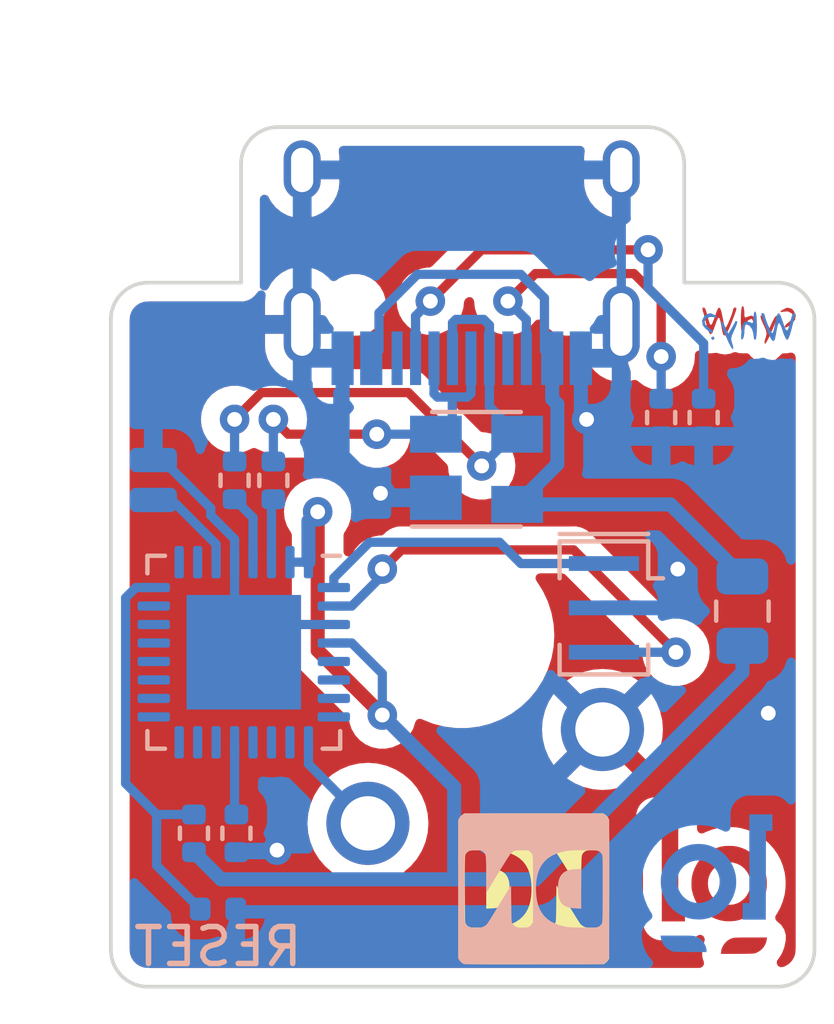
<source format=kicad_pcb>
(kicad_pcb (version 20210824) (generator pcbnew)
  (layers (0 "F.Cu" signal) (31 "B.Cu" signal) (34 "B.Paste" user) (35 "F.Paste" user) (36 "B.SilkS" user "B.Silkscreen") (37 "F.SilkS" user "F.Silkscreen") (38 "B.Mask" user) (39 "F.Mask" user) (44 "Edge.Cuts" user))
  (net 0 "")
  (net 1 "Net-(C3-Pad2)")
  (net 2 "GND")
  (net 3 "+5V")
  (net 4 "Net-(JP1-Pad2)")
  (net 5 "D+")
  (net 6 "Net-(R2-Pad1)")
  (net 7 "D-")
  (net 8 "Net-(R3-Pad1)")
  (net 9 "Net-(R4-Pad2)")
  (net 10 "Net-(R5-Pad2)")
  (net 11 "Net-(R6-Pad2)")
  (net 12 "Net-(U1-Pad26)")
  (net 13 "Net-(U1-Pad25)")
  (net 14 "Net-(U1-Pad23)")
  (net 15 "Net-(U1-Pad22)")
  (net 16 "Net-(U1-Pad21)")
  (net 17 "Net-(U1-Pad20)")
  (net 18 "Net-(U1-Pad19)")
  (net 19 "Net-(U1-Pad18)")
  (net 20 "Net-(U1-Pad17)")
  (net 21 "Net-(U1-Pad16)")
  (net 22 "Net-(U1-Pad15)")
  (net 23 "Net-(U1-Pad14)")
  (net 24 "Net-(U1-Pad12)")
  (net 25 "Net-(U1-Pad11)")
  (net 26 "Net-(U1-Pad10)")
  (net 27 "Net-(U1-Pad8)")
  (net 28 "Net-(U1-Pad7)")
  (net 29 "Net-(U1-Pad6)")
  (net 30 "Net-(U1-Pad5)")
  (net 31 "Net-(U1-Pad2)")
  (net 32 "Net-(U1-Pad1)")
  (net 33 "VCC")
  (net 34 "Net-(USB1-Pad3)")
  (net 35 "Net-(USB1-Pad9)")
  (net 36 "Net-(MX1-Pad2)")
  (footprint "Footprints:MXOnly-1U-NoLED-3pin" (layer "F.Cu") (at 159.5 109.55 180)
    (fp_text reference "MX1")
    (fp_text value "MX-NoLED")
    (pad "" np_thru_hole circle locked (at 0 0 180) (size 3.9878 3.9878) (drill 3.9878) (layers *.Cu *.Mask))
    (pad "1" thru_hole circle locked (at -3.81 -2.54 180) (size 2.25 2.25) (drill 1.47) (layers *.Cu "B.Mask") (net 2 "GND"))
    (pad "2" thru_hole circle locked (at 2.54 -5.08 180) (size 2.25 2.25) (drill 1.47) (layers *.Cu "B.Mask") (net 36 "Net-(MX1-Pad2)"))
  )
  (footprint "Footprints:3.7x3.7mm-lg-copper" (layer "F.Cu") (at 166.25 116.3)
    (fp_text reference "G***" hide)
    (fp_text value "LOGO" hide)
    (fp_poly (pts (xy 0.550097 -1.054958) (xy 0.618123 -1.050271) (xy 0.67854 -1.042173) (xy 0.696371 -1.038687) (xy 0.813122 -1.007034) (xy 0.921645 -0.963802) (xy 1.023058 -0.908381) (xy 1.11848 -0.840161) (xy 1.208751 -0.758808) (xy 1.290226 -0.66818) (xy 1.358417 -0.572239) (xy 1.413823 -0.470045) (xy 1.456941 -0.360658) (xy 1.48827 -0.243138) (xy 1.491941 -0.224971) (xy 1.500078 -0.167566) (xy 1.504627 -0.100956) (xy 1.505626 -0.029897) (xy 1.503115 0.04085) (xy 1.497131 0.106529) (xy 1.488805 0.157396) (xy 1.456289 0.276816) (xy 1.411098 0.389732) (xy 1.353796 0.495396) (xy 1.284948 0.593059) (xy 1.205116 0.681974) (xy 1.114864 0.761392) (xy 1.014756 0.830565) (xy 0.957014 0.863282) (xy 0.886804 0.89606) (xy 0.809215 0.925153) (xy 0.730679 0.948356) (xy 0.671286 0.961232) (xy 0.620545 0.968241) (xy 0.562723 0.973199) (xy 0.502645 0.975926) (xy 0.445133 0.976241) (xy 0.39501 0.973964) (xy 0.377372 0.972198) (xy 0.255844 0.950336) (xy 0.140309 0.915611) (xy 0.031464 0.868677) (xy -0.06999 0.810188) (xy -0.163354 0.740796) (xy -0.247928 0.661156) (xy -0.323012 0.571919) (xy -0.387907 0.473739) (xy -0.441913 0.367269) (xy -0.48433 0.253163) (xy -0.512668 0.141251) (xy -0.52051 0.08711) (xy -0.524974 0.023467) (xy -0.526103 -0.045071) (xy -0.526037 -0.047171) (xy -0.089562 -0.047171) (xy -0.08362 0.047367) (xy -0.064467 0.136056) (xy -0.032209 0.218647) (xy 0.013051 0.294893) (xy 0.071205 0.364544) (xy 0.094384 0.38713) (xy 0.164591 0.442459) (xy 0.242031 0.48585) (xy 0.325105 0.516882) (xy 0.412214 0.535137) (xy 0.50176 0.540193) (xy 0.592144 0.531632) (xy 0.622037 0.525712) (xy 0.70695 0.499403) (xy 0.785847 0.460495) (xy 0.857606 0.410054) (xy 0.921106 0.349146) (xy 0.975226 0.278836) (xy 1.018845 0.20019) (xy 1.04923 0.119743) (xy 1.057854 0.088813) (xy 1.063579 0.061502) (xy 1.066984 0.033156) (xy 1.068651 -0.000877) (xy 1.069142 -0.039914) (xy 1.065378 -0.122087) (xy 1.05278 -0.195442) (xy 1.030378 -0.263358) (xy 0.997206 -0.329215) (xy 0.977076 -0.361232) (xy 0.921531 -0.432533) (xy 0.858521 -0.492341) (xy 0.789342 -0.540736) (xy 0.715292 -0.577797) (xy 0.637666 -0.603602) (xy 0.557761 -0.618231) (xy 0.476874 -0.621762) (xy 0.396302 -0.614276) (xy 0.31734 -0.59585) (xy 0.241286 -0.566563) (xy 0.169437 -0.526495) (xy 0.103088 -0.475725) (xy 0.043537 -0.414332) (xy -0.007921 -0.342394) (xy -0.031592 -0.299774) (xy -0.063056 -0.223308) (xy -0.082189 -0.142165) (xy -0.089478 -0.054221) (xy -0.089562 -0.047171) (xy -0.526037 -0.047171) (xy -0.523937 -0.113899) (xy -0.518521 -0.178413) (xy -0.509894 -0.234008) (xy -0.509219 -0.237224) (xy -0.476316 -0.357872) (xy -0.431138 -0.471234) (xy -0.374299 -0.57669) (xy -0.306415 -0.673622) (xy -0.228104 -0.761409) (xy -0.139981 -0.839432) (xy -0.042663 -0.907072) (xy 0.063234 -0.96371) (xy 0.177095 -1.008724) (xy 0.288735 -1.039426) (xy 0.343782 -1.048466) (xy 0.408585 -1.054063) (xy 0.478804 -1.056225) (xy 0.550097 -1.054958)) (layer "F.Cu") (width 0.01) (fill solid))
    (fp_poly (pts (xy -0.892628 0.544286) (xy -0.7112 0.544286) (xy -0.7112 0.979714) (xy -1.328014 0.979714) (xy -1.32985 -0.219528) (xy -1.331686 -1.418771) (xy -1.509486 -1.422847) (xy -1.509486 -1.857828) (xy -0.892628 -1.857828) (xy -0.892628 0.544286)) (layer "F.Cu") (width 0.01) (fill solid))
    (fp_poly (pts (xy 1.506052 1.4605) (xy 1.488996 1.541379) (xy 1.459448 1.615359) (xy 1.418105 1.681601) (xy 1.365664 1.739268) (xy 1.302821 1.78752) (xy 1.230275 1.825521) (xy 1.190172 1.840549) (xy 1.180863 1.843302) (xy 1.170141 1.845661) (xy 1.156829 1.847665) (xy 1.139749 1.849352) (xy 1.117727 1.85076) (xy 1.089586 1.851929) (xy 1.054149 1.852896) (xy 1.01024 1.853701) (xy 0.956682 1.85438) (xy 0.892301 1.854973) (xy 0.815919 1.855518) (xy 0.726359 1.856054) (xy 0.713014 1.856129) (xy 0.275772 1.858561) (xy 0.275772 1.824771) (xy 0.282531 1.763926) (xy 0.301721 1.70197) (xy 0.33171 1.641387) (xy 0.370867 1.584659) (xy 0.417561 1.53427) (xy 0.470159 1.492704) (xy 0.508336 1.470808) (xy 0.528192 1.461152) (xy 0.546089 1.452874) (xy 0.563279 1.445868) (xy 0.581013 1.440027) (xy 0.600543 1.435246) (xy 0.62312 1.431418) (xy 0.649996 1.428437) (xy 0.682422 1.426198) (xy 0.72165 1.424595) (xy 0.768931 1.423521) (xy 0.825517 1.42287) (xy 0.89266 1.422537) (xy 0.97161 1.422416) (xy 1.06362 1.4224) (xy 1.510848 1.4224) (xy 1.506052 1.4605)) (layer "F.Cu") (width 0.01) (fill solid))
  )
  (footprint "Footprints:why" (layer "F.Cu") (at 167.15 101.1)
    (fp_text reference "G***" hide)
    (fp_text value "LOGO" hide)
    (fp_poly (pts (xy -0.018938 -0.428124) (xy -0.004217 -0.334395) (xy -0.003172 -0.297241) (xy 0 -0.190895) (xy 0.019784 -0.151977) (xy 0.07158 -0.16326) (xy 0.103809 -0.17756) (xy 0.193768 -0.203183) (xy 0.254377 -0.175212) (xy 0.294249 -0.083334) (xy 0.321994 0.082767) (xy 0.322134 0.083952) (xy 0.333144 0.217233) (xy 0.324454 0.277898) (xy 0.299843 0.279296) (xy 0.270006 0.221751) (xy 0.252633 0.112586) (xy 0.250828 0.061001) (xy 0.240168 -0.069767) (xy 0.206969 -0.124483) (xy 0.193889 -0.127) (xy 0.106484 -0.089237) (xy 0.035121 0.005848) (xy -0.001587 0.130952) (xy -0.003172 0.162083) (xy -0.014822 0.25434) (xy -0.043106 0.296118) (xy -0.045505 0.296333) (xy -0.06579 0.25637) (xy -0.080259 0.145745) (xy -0.08737 -0.021642) (xy -0.087839 -0.084667) (xy -0.083398 -0.267227) (xy -0.071107 -0.397452) (xy -0.052508 -0.461447) (xy -0.045505 -0.465667) (xy -0.018938 -0.428124)) (layer "F.Cu") (width 0.01) (fill solid))
    (fp_poly (pts (xy -0.227669 -0.420376) (xy -0.217447 -0.401732) (xy -0.226692 -0.352748) (xy -0.258763 -0.258768) (xy -0.317018 -0.105138) (xy -0.341442 -0.041752) (xy -0.420537 0.152766) (xy -0.480166 0.272727) (xy -0.524599 0.324847) (xy -0.558109 0.31584) (xy -0.563692 0.307607) (xy -0.581582 0.249122) (xy -0.604289 0.139462) (xy -0.613717 0.084666) (xy -0.645101 -0.076992) (xy -0.676019 -0.155198) (xy -0.710503 -0.151047) (xy -0.752585 -0.065634) (xy -0.787348 0.037506) (xy -0.835211 0.17066) (xy -0.880867 0.263995) (xy -0.91192 0.295971) (xy -0.942868 0.258212) (xy -0.982472 0.158623) (xy -1.022417 0.018323) (xy -1.024283 0.010583) (xy -1.06316 -0.145073) (xy -1.098632 -0.275073) (xy -1.122309 -0.34925) (xy -1.128273 -0.410469) (xy -1.108049 -0.423334) (xy -1.08246 -0.41748) (xy -1.060578 -0.388903) (xy -1.035719 -0.321084) (xy -1.001198 -0.197502) (xy -0.973105 -0.089866) (xy -0.938893 0.016934) (xy -0.905528 0.05299) (xy -0.867434 0.015004) (xy -0.819034 -0.100318) (xy -0.784968 -0.201084) (xy -0.735315 -0.341233) (xy -0.695876 -0.413042) (xy -0.662354 -0.413155) (xy -0.630452 -0.338214) (xy -0.595873 -0.184863) (xy -0.568237 -0.03175) (xy -0.54261 0.070066) (xy -0.513177 0.124274) (xy -0.50633 0.127) (xy -0.476862 0.091124) (xy -0.431197 0.000633) (xy -0.379925 -0.118775) (xy -0.333638 -0.241398) (xy -0.302927 -0.341536) (xy -0.296333 -0.382589) (xy -0.264071 -0.422161) (xy -0.254 -0.423334) (xy -0.227669 -0.420376)) (layer "F.Cu") (width 0.01) (fill solid))
    (fp_poly (pts (xy 1.27263 -0.392716) (xy 1.326939 -0.345917) (xy 1.390572 -0.224877) (xy 1.371372 -0.101859) (xy 1.30175 -0.013678) (xy 1.185165 0.081003) (xy 1.117791 0.11136) (xy 1.100667 0.08814) (xy 1.132651 0.0354) (xy 1.202945 -0.022731) (xy 1.306925 -0.11607) (xy 1.327078 -0.206029) (xy 1.282438 -0.277848) (xy 1.181348 -0.327003) (xy 1.083154 -0.322154) (xy 0.998089 -0.308857) (xy 0.986579 -0.320395) (xy 1.034674 -0.360581) (xy 1.159575 -0.418565) (xy 1.27263 -0.392716)) (layer "F.Cu") (width 0.01) (fill solid))
    (fp_poly (pts (xy 1.14177 0.243881) (xy 1.143 0.254) (xy 1.110785 0.295103) (xy 1.100667 0.296333) (xy 1.059563 0.264118) (xy 1.058333 0.254) (xy 1.090548 0.212896) (xy 1.100667 0.211666) (xy 1.14177 0.243881)) (layer "F.Cu") (width 0.01) (fill solid))
    (fp_poly (pts (xy 0.486289 -0.202542) (xy 0.492797 -0.1905) (xy 0.523476 -0.129358) (xy 0.580126 -0.030677) (xy 0.596478 -0.003569) (xy 0.68462 0.141029) (xy 0.766396 -0.041623) (xy 0.819071 -0.142423) (xy 0.86185 -0.195051) (xy 0.876054 -0.196391) (xy 0.873154 -0.147497) (xy 0.841246 -0.041356) (xy 0.786612 0.102318) (xy 0.762708 0.159163) (xy 0.669343 0.367655) (xy 0.603103 0.496791) (xy 0.563572 0.547276) (xy 0.550334 0.519813) (xy 0.550333 0.519222) (xy 0.564464 0.446203) (xy 0.592374 0.360603) (xy 0.609708 0.277226) (xy 0.591554 0.182548) (xy 0.532112 0.04821) (xy 0.526027 0.036138) (xy 0.471968 -0.084488) (xy 0.445041 -0.173659) (xy 0.447449 -0.205293) (xy 0.486289 -0.202542)) (layer "F.Cu") (width 0.01) (fill solid))
  )
  (footprint "Footprints:4.1-mm-dn-silk" (layer "F.Cu") (at 161.45 116.4)
    (fp_text reference "G***" hide)
    (fp_text value "LOGO" hide)
  )
  (footprint "Footprints:C_0504_1310Metric" (layer "B.Cu") (at 151.15 105.34 -90)
    (fp_text reference "C3")
    (fp_text value "1Uf")
    (pad "1" smd roundrect locked (at -0.54 0 270) (size 0.66 1.28) (layers "B.Cu" "B.Paste" "B.Mask") (net 2 "GND"))
    (pad "2" smd roundrect locked (at 0.54 0 270) (size 0.66 1.28) (layers "B.Cu" "B.Paste" "B.Mask") (net 1 "Net-(C3-Pad2)"))
  )
  (footprint "Footprints:R_0402_1005Metric" (layer "B.Cu") (at 152.25 114.9 -90)
    (fp_text reference "R1")
    (fp_text value "10k")
    (pad "1" smd roundrect locked (at -0.51 0 270) (size 0.54 0.64) (layers "B.Cu" "B.Paste" "B.Mask") (net 4 "Net-(JP1-Pad2)"))
    (pad "2" smd roundrect locked (at 0.51 0 270) (size 0.54 0.64) (layers "B.Cu" "B.Paste" "B.Mask") (net 3 "+5V"))
  )
  (footprint "Footprints:R_0402_1005Metric" (layer "B.Cu") (at 154.4 105.35 90)
    (fp_text reference "R3")
    (fp_text value "22")
    (pad "1" smd roundrect locked (at -0.51 0 90) (size 0.54 0.64) (layers "B.Cu" "B.Paste" "B.Mask") (net 8 "Net-(R3-Pad1)"))
    (pad "2" smd roundrect locked (at 0.51 0 90) (size 0.54 0.64) (layers "B.Cu" "B.Paste" "B.Mask") (net 7 "D-"))
  )
  (footprint "Footprints:R_0402_1005Metric" (layer "B.Cu") (at 166.05 103.65 90)
    (fp_text reference "R4")
    (fp_text value "5.1k")
    (pad "1" smd roundrect locked (at -0.51 0 90) (size 0.54 0.64) (layers "B.Cu" "B.Paste" "B.Mask") (net 2 "GND"))
    (pad "2" smd roundrect locked (at 0.51 0 90) (size 0.54 0.64) (layers "B.Cu" "B.Paste" "B.Mask") (net 9 "Net-(R4-Pad2)"))
  )
  (footprint "Footprints:R_0402_1005Metric" (layer "B.Cu") (at 164.9 103.65 90)
    (fp_text reference "R5")
    (fp_text value "5.1k")
    (pad "1" smd roundrect locked (at -0.51 0 90) (size 0.54 0.64) (layers "B.Cu" "B.Paste" "B.Mask") (net 2 "GND"))
    (pad "2" smd roundrect locked (at 0.51 0 90) (size 0.54 0.64) (layers "B.Cu" "B.Paste" "B.Mask") (net 10 "Net-(R5-Pad2)"))
  )
  (footprint "Footprints:R_0402_1005Metric" (layer "B.Cu") (at 153.4 114.9 90)
    (fp_text reference "R6")
    (fp_text value "10k")
    (pad "1" smd roundrect locked (at -0.51 0 90) (size 0.54 0.64) (layers "B.Cu" "B.Paste" "B.Mask") (net 2 "GND"))
    (pad "2" smd roundrect locked (at 0.51 0 90) (size 0.54 0.64) (layers "B.Cu" "B.Paste" "B.Mask") (net 11 "Net-(R6-Pad2)"))
  )
  (footprint "Footprints:HRO-TYPE-C-31-M-12" (layer "B.Cu") (at 159.5 94.35)
    (fp_text reference "USB1")
    (fp_text value "HRO-TYPE-C-31-M-12")
    (pad "" np_thru_hole circle locked (at 2.89 6.25) (size 0.65 0.65) (drill 0.65) (layers *.Cu *.Mask))
    (pad "" np_thru_hole circle locked (at -2.89 6.25) (size 0.65 0.65) (drill 0.65) (layers *.Cu *.Mask))
    (pad "1" smd rect locked (at -3.225 7.695) (size 0.6 1.45) (layers "B.Cu" "B.Paste" "B.Mask") (net 2 "GND"))
    (pad "2" smd rect locked (at -2.45 7.695) (size 0.6 1.45) (layers "B.Cu" "B.Paste" "B.Mask") (net 33 "VCC"))
    (pad "3" smd rect locked (at -1.75 7.695) (size 0.3 1.45) (layers "B.Cu" "B.Paste" "B.Mask") (net 34 "Net-(USB1-Pad3)"))
    (pad "4" smd rect locked (at -1.25 7.695) (size 0.3 1.45) (layers "B.Cu" "B.Paste" "B.Mask") (net 9 "Net-(R4-Pad2)"))
    (pad "5" smd rect locked (at -0.75 7.695) (size 0.3 1.45) (layers "B.Cu" "B.Paste" "B.Mask") (net 7 "D-"))
    (pad "6" smd rect locked (at -0.25 7.695) (size 0.3 1.45) (layers "B.Cu" "B.Paste" "B.Mask") (net 5 "D+"))
    (pad "7" smd rect locked (at 0.25 7.695) (size 0.3 1.45) (layers "B.Cu" "B.Paste" "B.Mask") (net 7 "D-"))
    (pad "8" smd rect locked (at 0.75 7.695) (size 0.3 1.45) (layers "B.Cu" "B.Paste" "B.Mask") (net 5 "D+"))
    (pad "9" smd rect locked (at 1.25 7.695) (size 0.3 1.45) (layers "B.Cu" "B.Paste" "B.Mask") (net 35 "Net-(USB1-Pad9)"))
    (pad "10" smd rect locked (at 1.75 7.695) (size 0.3 1.45) (layers "B.Cu" "B.Paste" "B.Mask") (net 10 "Net-(R5-Pad2)"))
    (pad "11" smd rect locked (at 2.45 7.695) (size 0.6 1.45) (layers "B.Cu" "B.Paste" "B.Mask") (net 33 "VCC"))
    (pad "12" smd rect locked (at 3.225 7.695) (size 0.6 1.45) (layers "B.Cu" "B.Paste" "B.Mask") (net 2 "GND"))
    (pad "13" thru_hole oval locked (at -4.32 6.78) (size 1 2.1) (drill oval 0.6 1.7) (layers *.Cu "F.Mask") (net 2 "GND"))
    (pad "13" thru_hole oval locked (at 4.32 6.78) (size 1 2.1) (drill oval 0.6 1.7) (layers *.Cu "F.Mask") (net 2 "GND"))
    (pad "13" thru_hole oval locked (at 4.32 2.6) (size 1 1.6) (drill oval 0.6 1.2) (layers *.Cu "F.Mask") (net 2 "GND"))
    (pad "13" thru_hole oval locked (at -4.32 2.6) (size 1 1.6) (drill oval 0.6 1.2) (layers *.Cu "F.Mask") (net 2 "GND"))
  )
  (footprint "Footprints:Resonator_SMD_muRata_CSTxExxV-3Pin_3.0x1.1mm" (layer "B.Cu") (at 163.35 108.8 -90)
    (fp_text reference "Y1")
    (fp_text value "Resonator_Small")
    (pad "1" smd rect locked (at -1.2 0 270) (size 0.4 1.9) (layers "B.Cu" "B.Paste" "B.Mask") (net 32 "Net-(U1-Pad1)"))
    (pad "2" smd rect locked (at 0 0 270) (size 0.4 1.9) (layers "B.Cu" "B.Paste" "B.Mask") (net 2 "GND"))
    (pad "3" smd rect locked (at 1.2 0 270) (size 0.4 1.9) (layers "B.Cu" "B.Paste" "B.Mask") (net 31 "Net-(U1-Pad2)"))
  )
  (footprint "Footprints:QFN-32-1EP_5x5mm_P0.5mm_EP3.1x3.1mm" (layer "B.Cu") (at 153.6 110 180)
    (fp_text reference "U1")
    (fp_text value "ATmega32U2-MU")
    (pad "1" smd roundrect locked (at -2.4375 1.75 180) (size 0.875 0.25) (layers "B.Cu" "B.Paste" "B.Mask") (net 32 "Net-(U1-Pad1)"))
    (pad "2" smd roundrect locked (at -2.4375 1.25 180) (size 0.875 0.25) (layers "B.Cu" "B.Paste" "B.Mask") (net 31 "Net-(U1-Pad2)"))
    (pad "3" smd roundrect locked (at -2.4375 0.75 180) (size 0.875 0.25) (layers "B.Cu" "B.Paste" "B.Mask") (net 2 "GND"))
    (pad "4" smd roundrect locked (at -2.4375 0.25 180) (size 0.875 0.25) (layers "B.Cu" "B.Paste" "B.Mask") (net 3 "+5V"))
    (pad "5" smd roundrect locked (at -2.4375 -0.25 180) (size 0.875 0.25) (layers "B.Cu" "B.Paste" "B.Mask") (net 30 "Net-(U1-Pad5)"))
    (pad "6" smd roundrect locked (at -2.4375 -0.75 180) (size 0.875 0.25) (layers "B.Cu" "B.Paste" "B.Mask") (net 29 "Net-(U1-Pad6)"))
    (pad "7" smd roundrect locked (at -2.4375 -1.25 180) (size 0.875 0.25) (layers "B.Cu" "B.Paste" "B.Mask") (net 28 "Net-(U1-Pad7)"))
    (pad "8" smd roundrect locked (at -2.4375 -1.75 180) (size 0.875 0.25) (layers "B.Cu" "B.Paste" "B.Mask") (net 27 "Net-(U1-Pad8)"))
    (pad "9" smd roundrect locked (at -1.75 -2.4375 180) (size 0.25 0.875) (layers "B.Cu" "B.Paste" "B.Mask") (net 36 "Net-(MX1-Pad2)"))
    (pad "10" smd roundrect locked (at -1.25 -2.4375 180) (size 0.25 0.875) (layers "B.Cu" "B.Paste" "B.Mask") (net 26 "Net-(U1-Pad10)"))
    (pad "11" smd roundrect locked (at -0.75 -2.4375 180) (size 0.25 0.875) (layers "B.Cu" "B.Paste" "B.Mask") (net 25 "Net-(U1-Pad11)"))
    (pad "12" smd roundrect locked (at -0.25 -2.4375 180) (size 0.25 0.875) (layers "B.Cu" "B.Paste" "B.Mask") (net 24 "Net-(U1-Pad12)"))
    (pad "13" smd roundrect locked (at 0.25 -2.4375 180) (size 0.25 0.875) (layers "B.Cu" "B.Paste" "B.Mask") (net 11 "Net-(R6-Pad2)"))
    (pad "14" smd roundrect locked (at 0.75 -2.4375 180) (size 0.25 0.875) (layers "B.Cu" "B.Paste" "B.Mask") (net 23 "Net-(U1-Pad14)"))
    (pad "15" smd roundrect locked (at 1.25 -2.4375 180) (size 0.25 0.875) (layers "B.Cu" "B.Paste" "B.Mask") (net 22 "Net-(U1-Pad15)"))
    (pad "16" smd roundrect locked (at 1.75 -2.4375 180) (size 0.25 0.875) (layers "B.Cu" "B.Paste" "B.Mask") (net 21 "Net-(U1-Pad16)"))
    (pad "17" smd roundrect locked (at 2.4375 -1.75 180) (size 0.875 0.25) (layers "B.Cu" "B.Paste" "B.Mask") (net 20 "Net-(U1-Pad17)"))
    (pad "18" smd roundrect locked (at 2.4375 -1.25 180) (size 0.875 0.25) (layers "B.Cu" "B.Paste" "B.Mask") (net 19 "Net-(U1-Pad18)"))
    (pad "19" smd roundrect locked (at 2.4375 -0.75 180) (size 0.875 0.25) (layers "B.Cu" "B.Paste" "B.Mask") (net 18 "Net-(U1-Pad19)"))
    (pad "20" smd roundrect locked (at 2.4375 -0.25 180) (size 0.875 0.25) (layers "B.Cu" "B.Paste" "B.Mask") (net 17 "Net-(U1-Pad20)"))
    (pad "21" smd roundrect locked (at 2.4375 0.25 180) (size 0.875 0.25) (layers "B.Cu" "B.Paste" "B.Mask") (net 16 "Net-(U1-Pad21)"))
    (pad "22" smd roundrect locked (at 2.4375 0.75 180) (size 0.875 0.25) (layers "B.Cu" "B.Paste" "B.Mask") (net 15 "Net-(U1-Pad22)"))
    (pad "23" smd roundrect locked (at 2.4375 1.25 180) (size 0.875 0.25) (layers "B.Cu" "B.Paste" "B.Mask") (net 14 "Net-(U1-Pad23)"))
    (pad "24" smd roundrect locked (at 2.4375 1.75 180) (size 0.875 0.25) (layers "B.Cu" "B.Paste" "B.Mask") (net 4 "Net-(JP1-Pad2)"))
    (pad "25" smd roundrect locked (at 1.75 2.4375 180) (size 0.25 0.875) (layers "B.Cu" "B.Paste" "B.Mask") (net 13 "Net-(U1-Pad25)"))
    (pad "26" smd roundrect locked (at 1.25 2.4375 180) (size 0.25 0.875) (layers "B.Cu" "B.Paste" "B.Mask") (net 12 "Net-(U1-Pad26)"))
    (pad "27" smd roundrect locked (at 0.75 2.4375 180) (size 0.25 0.875) (layers "B.Cu" "B.Paste" "B.Mask") (net 1 "Net-(C3-Pad2)"))
    (pad "28" smd roundrect locked (at 0.25 2.4375 180) (size 0.25 0.875) (layers "B.Cu" "B.Paste" "B.Mask") (net 2 "GND"))
    (pad "29" smd roundrect locked (at -0.25 2.4375 180) (size 0.25 0.875) (layers "B.Cu" "B.Paste" "B.Mask") (net 6 "Net-(R2-Pad1)"))
    (pad "30" smd roundrect locked (at -0.75 2.4375 180) (size 0.25 0.875) (layers "B.Cu" "B.Paste" "B.Mask") (net 8 "Net-(R3-Pad1)"))
    (pad "31" smd roundrect locked (at -1.25 2.4375 180) (size 0.25 0.875) (layers "B.Cu" "B.Paste" "B.Mask") (net 3 "+5V"))
    (pad "32" smd roundrect locked (at -1.75 2.4375 180) (size 0.25 0.875) (layers "B.Cu" "B.Paste" "B.Mask") (net 3 "+5V"))
    (pad "33" smd rect locked (at 0 0 180) (size 3.1 3.1) (layers "B.Cu" "B.Mask") (net 2 "GND"))
  )
  (footprint "Footprints:SOT-143" (layer "B.Cu") (at 159.9 105.05)
    (fp_text reference "D1")
    (fp_text value "PRTR5V0U2X")
    (pad "1" smd rect locked (at -1.1 0.77 90) (size 1.2 1.4) (layers "B.Cu" "B.Paste" "B.Mask") (net 2 "GND"))
    (pad "2" smd rect locked (at -1.1 -0.95 90) (size 1 1.4) (layers "B.Cu" "B.Paste" "B.Mask") (net 7 "D-"))
    (pad "3" smd rect locked (at 1.1 -0.95 90) (size 1 1.4) (layers "B.Cu" "B.Paste" "B.Mask") (net 5 "D+"))
    (pad "4" smd rect locked (at 1.1 0.95 90) (size 1 1.4) (layers "B.Cu" "B.Paste" "B.Mask") (net 33 "VCC"))
  )
  (footprint "Footprints:Fuse_0805_2012Metric" (layer "B.Cu") (at 167.1 108.8875 90)
    (fp_text reference "F1")
    (fp_text value "500m")
    (pad "1" smd roundrect locked (at -0.9375 0 90) (size 0.975 1.4) (layers "B.Cu" "B.Paste" "B.Mask") (net 3 "+5V"))
    (pad "2" smd roundrect locked (at 0.9375 0 90) (size 0.975 1.4) (layers "B.Cu" "B.Paste" "B.Mask") (net 33 "VCC"))
  )
  (footprint "Footprints:R_0402_1005Metric" (layer "B.Cu") (at 153.35 105.35 90)
    (fp_text reference "R2")
    (fp_text value "22")
    (pad "1" smd roundrect locked (at -0.51 0 90) (size 0.54 0.64) (layers "B.Cu" "B.Paste" "B.Mask") (net 6 "Net-(R2-Pad1)"))
    (pad "2" smd roundrect locked (at 0.51 0 90) (size 0.54 0.64) (layers "B.Cu" "B.Paste" "B.Mask") (net 5 "D+"))
  )
  (footprint "Footprints:C_0402_1005Metric" (layer "B.Cu") (at 152.9 116.95 180)
    (fp_text reference "JP1")
    (fp_text value "Jumper")
    (fp_text user "RESET" (at 0 -1.016) (layer "B.SilkS") (effects (justify mirror)))
    (pad "1" smd roundrect locked (at -0.48 0 180) (size 0.56 0.62) (layers "B.Cu" "B.Paste" "B.Mask") (net 2 "GND"))
    (pad "2" smd roundrect locked (at 0.48 0 180) (size 0.56 0.62) (layers "B.Cu" "B.Paste" "B.Mask") (net 4 "Net-(JP1-Pad2)"))
  )
  (footprint "Footprints:3.7x3.7mm-lg-copper" (layer "B.Cu") (at 166.4 116.25 180)
    (fp_text reference "G***" hide)
    (fp_text value "LOGO" hide)
    (fp_poly (pts (xy 0.550097 1.054958) (xy 0.618123 1.050271) (xy 0.67854 1.042173) (xy 0.696371 1.038687) (xy 0.813122 1.007034) (xy 0.921645 0.963802) (xy 1.023058 0.908381) (xy 1.11848 0.840161) (xy 1.208751 0.758808) (xy 1.290226 0.66818) (xy 1.358417 0.572239) (xy 1.413823 0.470045) (xy 1.456941 0.360658) (xy 1.48827 0.243138) (xy 1.491941 0.224971) (xy 1.500078 0.167566) (xy 1.504627 0.100956) (xy 1.505626 0.029897) (xy 1.503115 -0.04085) (xy 1.497131 -0.106529) (xy 1.488805 -0.157396) (xy 1.456289 -0.276816) (xy 1.411098 -0.389732) (xy 1.353796 -0.495396) (xy 1.284948 -0.593059) (xy 1.205116 -0.681974) (xy 1.114864 -0.761392) (xy 1.014756 -0.830565) (xy 0.957014 -0.863282) (xy 0.886804 -0.89606) (xy 0.809215 -0.925153) (xy 0.730679 -0.948356) (xy 0.671286 -0.961232) (xy 0.620545 -0.968241) (xy 0.562723 -0.973199) (xy 0.502645 -0.975926) (xy 0.445133 -0.976241) (xy 0.39501 -0.973964) (xy 0.377372 -0.972198) (xy 0.255844 -0.950336) (xy 0.140309 -0.915611) (xy 0.031464 -0.868677) (xy -0.06999 -0.810188) (xy -0.163354 -0.740796) (xy -0.247928 -0.661156) (xy -0.323012 -0.571919) (xy -0.387907 -0.473739) (xy -0.441913 -0.367269) (xy -0.48433 -0.253163) (xy -0.512668 -0.141251) (xy -0.52051 -0.08711) (xy -0.524974 -0.023467) (xy -0.526103 0.045071) (xy -0.526037 0.047171) (xy -0.089562 0.047171) (xy -0.08362 -0.047367) (xy -0.064467 -0.136056) (xy -0.032209 -0.218647) (xy 0.013051 -0.294893) (xy 0.071205 -0.364544) (xy 0.094384 -0.38713) (xy 0.164591 -0.442459) (xy 0.242031 -0.48585) (xy 0.325105 -0.516882) (xy 0.412214 -0.535137) (xy 0.50176 -0.540193) (xy 0.592144 -0.531632) (xy 0.622037 -0.525712) (xy 0.70695 -0.499403) (xy 0.785847 -0.460495) (xy 0.857606 -0.410054) (xy 0.921106 -0.349146) (xy 0.975226 -0.278836) (xy 1.018845 -0.20019) (xy 1.04923 -0.119743) (xy 1.057854 -0.088813) (xy 1.063579 -0.061502) (xy 1.066984 -0.033156) (xy 1.068651 0.000877) (xy 1.069142 0.039914) (xy 1.065378 0.122087) (xy 1.05278 0.195442) (xy 1.030378 0.263358) (xy 0.997206 0.329215) (xy 0.977076 0.361232) (xy 0.921531 0.432533) (xy 0.858521 0.492341) (xy 0.789342 0.540736) (xy 0.715292 0.577797) (xy 0.637666 0.603602) (xy 0.557761 0.618231) (xy 0.476874 0.621762) (xy 0.396302 0.614276) (xy 0.31734 0.59585) (xy 0.241286 0.566563) (xy 0.169437 0.526495) (xy 0.103088 0.475725) (xy 0.043537 0.414332) (xy -0.007921 0.342394) (xy -0.031592 0.299774) (xy -0.063056 0.223308) (xy -0.082189 0.142165) (xy -0.089478 0.054221) (xy -0.089562 0.047171) (xy -0.526037 0.047171) (xy -0.523937 0.113899) (xy -0.518521 0.178413) (xy -0.509894 0.234008) (xy -0.509219 0.237224) (xy -0.476316 0.357872) (xy -0.431138 0.471234) (xy -0.374299 0.57669) (xy -0.306415 0.673622) (xy -0.228104 0.761409) (xy -0.139981 0.839432) (xy -0.042663 0.907072) (xy 0.063234 0.96371) (xy 0.177095 1.008724) (xy 0.288735 1.039426) (xy 0.343782 1.048466) (xy 0.408585 1.054063) (xy 0.478804 1.056225) (xy 0.550097 1.054958)) (layer "B.Cu") (width 0.01) (fill solid))
    (fp_poly (pts (xy 1.506052 -1.4605) (xy 1.488996 -1.541379) (xy 1.459448 -1.615359) (xy 1.418105 -1.681601) (xy 1.365664 -1.739268) (xy 1.302821 -1.78752) (xy 1.230275 -1.825521) (xy 1.190172 -1.840549) (xy 1.180863 -1.843302) (xy 1.170141 -1.845661) (xy 1.156829 -1.847665) (xy 1.139749 -1.849352) (xy 1.117727 -1.85076) (xy 1.089586 -1.851929) (xy 1.054149 -1.852896) (xy 1.01024 -1.853701) (xy 0.956682 -1.85438) (xy 0.892301 -1.854973) (xy 0.815919 -1.855518) (xy 0.726359 -1.856054) (xy 0.713014 -1.856129) (xy 0.275772 -1.858561) (xy 0.275772 -1.824771) (xy 0.282531 -1.763926) (xy 0.301721 -1.70197) (xy 0.33171 -1.641387) (xy 0.370867 -1.584659) (xy 0.417561 -1.53427) (xy 0.470159 -1.492704) (xy 0.508336 -1.470808) (xy 0.528192 -1.461152) (xy 0.546089 -1.452874) (xy 0.563279 -1.445868) (xy 0.581013 -1.440027) (xy 0.600543 -1.435246) (xy 0.62312 -1.431418) (xy 0.649996 -1.428437) (xy 0.682422 -1.426198) (xy 0.72165 -1.424595) (xy 0.768931 -1.423521) (xy 0.825517 -1.42287) (xy 0.89266 -1.422537) (xy 0.97161 -1.422416) (xy 1.06362 -1.4224) (xy 1.510848 -1.4224) (xy 1.506052 -1.4605)) (layer "B.Cu") (width 0.01) (fill solid))
    (fp_poly (pts (xy -0.892628 -0.544286) (xy -0.7112 -0.544286) (xy -0.7112 -0.979714) (xy -1.328014 -0.979714) (xy -1.32985 0.219528) (xy -1.331686 1.418771) (xy -1.509486 1.422847) (xy -1.509486 1.857828) (xy -0.892628 1.857828) (xy -0.892628 -0.544286)) (layer "B.Cu") (width 0.01) (fill solid))
  )
  (footprint "Footprints:why" (layer "B.Cu") (at 167.4 101.25 180)
    (fp_text reference "G***" hide)
    (fp_text value "LOGO" hide)
    (fp_poly (pts (xy 1.14177 -0.243881) (xy 1.143 -0.254) (xy 1.110785 -0.295103) (xy 1.100667 -0.296333) (xy 1.059563 -0.264118) (xy 1.058333 -0.254) (xy 1.090548 -0.212896) (xy 1.100667 -0.211666) (xy 1.14177 -0.243881)) (layer "B.Cu") (width 0.01) (fill solid))
    (fp_poly (pts (xy 0.486289 0.202542) (xy 0.492797 0.1905) (xy 0.523476 0.129358) (xy 0.580126 0.030677) (xy 0.596478 0.003569) (xy 0.68462 -0.141029) (xy 0.766396 0.041623) (xy 0.819071 0.142423) (xy 0.86185 0.195051) (xy 0.876054 0.196391) (xy 0.873154 0.147497) (xy 0.841246 0.041356) (xy 0.786612 -0.102318) (xy 0.762708 -0.159163) (xy 0.669343 -0.367655) (xy 0.603103 -0.496791) (xy 0.563572 -0.547276) (xy 0.550334 -0.519813) (xy 0.550333 -0.519222) (xy 0.564464 -0.446203) (xy 0.592374 -0.360603) (xy 0.609708 -0.277226) (xy 0.591554 -0.182548) (xy 0.532112 -0.04821) (xy 0.526027 -0.036138) (xy 0.471968 0.084488) (xy 0.445041 0.173659) (xy 0.447449 0.205293) (xy 0.486289 0.202542)) (layer "B.Cu") (width 0.01) (fill solid))
    (fp_poly (pts (xy 1.27263 0.392716) (xy 1.326939 0.345917) (xy 1.390572 0.224877) (xy 1.371372 0.101859) (xy 1.30175 0.013678) (xy 1.185165 -0.081003) (xy 1.117791 -0.11136) (xy 1.100667 -0.08814) (xy 1.132651 -0.0354) (xy 1.202945 0.022731) (xy 1.306925 0.11607) (xy 1.327078 0.206029) (xy 1.282438 0.277848) (xy 1.181348 0.327003) (xy 1.083154 0.322154) (xy 0.998089 0.308857) (xy 0.986579 0.320395) (xy 1.034674 0.360581) (xy 1.159575 0.418565) (xy 1.27263 0.392716)) (layer "B.Cu") (width 0.01) (fill solid))
    (fp_poly (pts (xy -0.018938 0.428124) (xy -0.004217 0.334395) (xy -0.003172 0.297241) (xy 0 0.190895) (xy 0.019784 0.151977) (xy 0.07158 0.16326) (xy 0.103809 0.17756) (xy 0.193768 0.203183) (xy 0.254377 0.175212) (xy 0.294249 0.083334) (xy 0.321994 -0.082767) (xy 0.322134 -0.083952) (xy 0.333144 -0.217233) (xy 0.324454 -0.277898) (xy 0.299843 -0.279296) (xy 0.270006 -0.221751) (xy 0.252633 -0.112586) (xy 0.250828 -0.061001) (xy 0.240168 0.069767) (xy 0.206969 0.124483) (xy 0.193889 0.127) (xy 0.106484 0.089237) (xy 0.035121 -0.005848) (xy -0.001587 -0.130952) (xy -0.003172 -0.162083) (xy -0.014822 -0.25434) (xy -0.043106 -0.296118) (xy -0.045505 -0.296333) (xy -0.06579 -0.25637) (xy -0.080259 -0.145745) (xy -0.08737 0.021642) (xy -0.087839 0.084667) (xy -0.083398 0.267227) (xy -0.071107 0.397452) (xy -0.052508 0.461447) (xy -0.045505 0.465667) (xy -0.018938 0.428124)) (layer "B.Cu") (width 0.01) (fill solid))
    (fp_poly (pts (xy -0.227669 0.420376) (xy -0.217447 0.401732) (xy -0.226692 0.352748) (xy -0.258763 0.258768) (xy -0.317018 0.105138) (xy -0.341442 0.041752) (xy -0.420537 -0.152766) (xy -0.480166 -0.272727) (xy -0.524599 -0.324847) (xy -0.558109 -0.31584) (xy -0.563692 -0.307607) (xy -0.581582 -0.249122) (xy -0.604289 -0.139462) (xy -0.613717 -0.084666) (xy -0.645101 0.076992) (xy -0.676019 0.155198) (xy -0.710503 0.151047) (xy -0.752585 0.065634) (xy -0.787348 -0.037506) (xy -0.835211 -0.17066) (xy -0.880867 -0.263995) (xy -0.91192 -0.295971) (xy -0.942868 -0.258212) (xy -0.982472 -0.158623) (xy -1.022417 -0.018323) (xy -1.024283 -0.010583) (xy -1.06316 0.145073) (xy -1.098632 0.275073) (xy -1.122309 0.34925) (xy -1.128273 0.410469) (xy -1.108049 0.423334) (xy -1.08246 0.41748) (xy -1.060578 0.388903) (xy -1.035719 0.321084) (xy -1.001198 0.197502) (xy -0.973105 0.089866) (xy -0.938893 -0.016934) (xy -0.905528 -0.05299) (xy -0.867434 -0.015004) (xy -0.819034 0.100318) (xy -0.784968 0.201084) (xy -0.735315 0.341233) (xy -0.695876 0.413042) (xy -0.662354 0.413155) (xy -0.630452 0.338214) (xy -0.595873 0.184863) (xy -0.568237 0.03175) (xy -0.54261 -0.070066) (xy -0.513177 -0.124274) (xy -0.50633 -0.127) (xy -0.476862 -0.091124) (xy -0.431197 -0.000633) (xy -0.379925 0.118775) (xy -0.333638 0.241398) (xy -0.302927 0.341536) (xy -0.296333 0.382589) (xy -0.264071 0.422161) (xy -0.254 0.423334) (xy -0.227669 0.420376)) (layer "B.Cu") (width 0.01) (fill solid))
  )
  (footprint "Footprints:4.1-mm-dn-silk" (layer "B.Cu") (at 161.45 116.4 180)
    (fp_text reference "G***" hide)
    (fp_text value "LOGO" hide)
  )
  (gr_arc (start 151 101) (end 151 100) (angle -90) (layer "Edge.Cuts") (width 0.1))
  (gr_arc (start 168.05 101) (end 169.05 101) (angle -90) (layer "Edge.Cuts") (width 0.1))
  (gr_line (start 151 119.05) (end 168.05 119.05) (layer "Edge.Cuts") (width 0.1))
  (gr_line (start 165.525 100) (end 168.05 100) (layer "Edge.Cuts") (width 0.1))
  (gr_arc (start 168.05 118.05) (end 168.05 119.05) (angle -90) (layer "Edge.Cuts") (width 0.1))
  (gr_arc (start 154.525 96.79) (end 154.525 95.79) (angle -90) (layer "Edge.Cuts") (width 0.1))
  (gr_arc (start 164.525 96.79) (end 165.525 96.79) (angle -90) (layer "Edge.Cuts") (width 0.1))
  (gr_line (start 165.525 96.79) (end 165.525 100) (layer "Edge.Cuts") (width 0.1))
  (gr_line (start 151 100) (end 153.525 100) (layer "Edge.Cuts") (width 0.1))
  (gr_line (start 150 101) (end 150 118.05) (layer "Edge.Cuts") (width 0.1))
  (gr_arc (start 151 118.05) (end 150 118.05) (angle -90) (layer "Edge.Cuts") (width 0.1))
  (gr_line (start 169.05 101) (end 169.05 118.05) (layer "Edge.Cuts") (width 0.1))
  (gr_line (start 153.525 96.79) (end 153.525 100) (layer "Edge.Cuts") (width 0.1))
  (gr_line (start 154.525 95.79) (end 164.525 95.79) (layer "Edge.Cuts") (width 0.1))
  (segment (start 152.85 107.076978) (end 152.85 107.5625) (width 0.25) (layer "B.Cu") (net 1))
  (segment (start 151.15 105.88) (end 151.653022 105.88) (width 0.25) (layer "B.Cu") (net 1))
  (segment (start 151.653022 105.88) (end 152.85 107.076978) (width 0.25) (layer "B.Cu") (net 1))
  (via (at 167.8 111.65) (size 0.8) (drill 0.4) (layers "F.Cu" "B.Cu") (net 2))
  (via (at 154.5 115.355001) (size 0.8) (drill 0.4) (layers "F.Cu" "B.Cu") (net 2))
  (via (at 162.881001 103.700807) (size 0.8) (drill 0.4) (layers "F.Cu" "B.Cu") (net 2))
  (via (at 165.35 107.75) (size 0.8) (drill 0.4) (layers "F.Cu" "B.Cu") (net 2))
  (via (at 157.3 105.7) (size 0.8) (drill 0.4) (layers "F.Cu" "B.Cu") (net 2))
  (segment (start 157.3 105.7) (end 157.42 105.82) (width 0.381) (layer "B.Cu") (net 2))
  (segment (start 153.35 107.5625) (end 153.35 109.75) (width 0.25) (layer "B.Cu") (net 2))
  (segment (start 156.275 102.045) (end 156.275 104.675) (width 0.381) (layer "B.Cu") (net 2))
  (segment (start 163.82 101.13) (end 163.82 96.95) (width 0.25) (layer "B.Cu") (net 2))
  (segment (start 152.70499 106.295558) (end 153.35 106.940568) (width 0.25) (layer "B.Cu") (net 2))
  (segment (start 153.4 115.41) (end 154.445001 115.41) (width 0.381) (layer "B.Cu") (net 2))
  (segment (start 162.725 102.045) (end 162.725 103.544806) (width 0.381) (layer "B.Cu") (net 2))
  (segment (start 155.18 96.95) (end 155.18 101.13) (width 0.25) (layer "B.Cu") (net 2))
  (segment (start 154.35 109.25) (end 156.0375 109.25) (width 0.25) (layer "B.Cu") (net 2))
  (segment (start 151.15 104.8) (end 151.40298 104.8) (width 0.25) (layer "B.Cu") (net 2))
  (segment (start 157.42 105.82) (end 158.8 105.82) (width 0.381) (layer "B.Cu") (net 2))
  (segment (start 153.6 110) (end 154.35 109.25) (width 0.25) (layer "B.Cu") (net 2))
  (segment (start 153.35 106.940568) (end 153.35 107.5625) (width 0.25) (layer "B.Cu") (net 2))
  (segment (start 153.35 109.75) (end 153.6 110) (width 0.25) (layer "B.Cu") (net 2))
  (segment (start 155.18 96.95) (end 163.82 96.95) (width 0.25) (layer "B.Cu") (net 2))
  (segment (start 152.70499 106.10201) (end 152.70499 106.295558) (width 0.25) (layer "B.Cu") (net 2))
  (segment (start 154.445001 115.41) (end 154.5 115.355001) (width 0.381) (layer "B.Cu") (net 2))
  (segment (start 162.725 103.544806) (end 162.881001 103.700807) (width 0.381) (layer "B.Cu") (net 2))
  (segment (start 151.40298 104.8) (end 152.70499 106.10201) (width 0.25) (layer "B.Cu") (net 2))
  (segment (start 156.275 104.675) (end 157.3 105.7) (width 0.381) (layer "B.Cu") (net 2))
  (segment (start 155.6 109.95) (end 157.35 111.7) (width 0.381) (layer "F.Cu") (net 3))
  (segment (start 155.6 106.2) (end 155.6 109.95) (width 0.381) (layer "F.Cu") (net 3))
  (via (at 155.6 106.2) (size 0.8) (drill 0.4) (layers "F.Cu" "B.Cu") (net 3))
  (via (at 157.35 111.7) (size 0.8) (drill 0.4) (layers "F.Cu" "B.Cu") (net 3))
  (segment (start 159.295501 116.145501) (end 152.985501 116.145501) (width 0.381) (layer "B.Cu") (net 3))
  (segment (start 157.35 111.7) (end 159.295501 113.645501) (width 0.381) (layer "B.Cu") (net 3))
  (segment (start 157.35 111.7) (end 157.35 110.576978) (width 0.25) (layer "B.Cu") (net 3))
  (segment (start 159.295501 113.645501) (end 159.295501 116.145501) (width 0.381) (layer "B.Cu") (net 3))
  (segment (start 167.1 109.825) (end 167.1 110.542942) (width 0.381) (layer "B.Cu") (net 3))
  (segment (start 156.523022 109.75) (end 156.0375 109.75) (width 0.25) (layer "B.Cu") (net 3))
  (segment (start 161.497441 116.145501) (end 159.295501 116.145501) (width 0.381) (layer "B.Cu") (net 3))
  (segment (start 154.85 107.5625) (end 155.35 107.5625) (width 0.25) (layer "B.Cu") (net 3))
  (segment (start 155.35 107.5625) (end 155.35 106.45) (width 0.381) (layer "B.Cu") (net 3))
  (segment (start 157.35 110.576978) (end 156.523022 109.75) (width 0.25) (layer "B.Cu") (net 3))
  (segment (start 155.35 106.45) (end 155.6 106.2) (width 0.381) (layer "B.Cu") (net 3))
  (segment (start 152.985501 116.145501) (end 152.25 115.41) (width 0.381) (layer "B.Cu") (net 3))
  (segment (start 167.1 110.542942) (end 161.497441 116.145501) (width 0.381) (layer "B.Cu") (net 3))
  (segment (start 152.42 116.95) (end 151.24 115.77) (width 0.25) (layer "B.Cu") (net 4))
  (segment (start 151.24 115.77) (end 151.24 114.39) (width 0.25) (layer "B.Cu") (net 4))
  (segment (start 151.24 114.39) (end 152.25 114.39) (width 0.25) (layer "B.Cu") (net 4))
  (segment (start 150.39999 113.54999) (end 151.24 114.39) (width 0.25) (layer "B.Cu") (net 4))
  (segment (start 150.676978 108.25) (end 150.39999 108.526988) (width 0.25) (layer "B.Cu") (net 4))
  (segment (start 151.1625 108.25) (end 150.676978 108.25) (width 0.25) (layer "B.Cu") (net 4))
  (segment (start 150.39999 108.526988) (end 150.39999 113.54999) (width 0.25) (layer "B.Cu") (net 4))
  (segment (start 158.056204 102.974999) (end 154.075001 102.974999) (width 0.25) (layer "F.Cu") (net 5))
  (segment (start 154.075001 102.974999) (end 153.35 103.7) (width 0.25) (layer "F.Cu") (net 5))
  (segment (start 160.040312 104.959107) (end 158.056204 102.974999) (width 0.25) (layer "F.Cu") (net 5))
  (via (at 153.35 103.7) (size 0.8) (drill 0.4) (layers "F.Cu" "B.Cu") (net 5))
  (via (at 160.040312 104.959107) (size 0.8) (drill 0.4) (layers "F.Cu" "B.Cu") (net 5))
  (segment (start 161 104.1) (end 160.899419 104.1) (width 0.25) (layer "B.Cu") (net 5))
  (segment (start 159.339999 100.994999) (end 160.094999 100.994999) (width 0.25) (layer "B.Cu") (net 5))
  (segment (start 160.25 101.15) (end 160.25 102.045) (width 0.25) (layer "B.Cu") (net 5))
  (segment (start 159.25 102.045) (end 159.25 101.084998) (width 0.25) (layer "B.Cu") (net 5))
  (segment (start 160.899419 104.1) (end 160.040312 104.959107) (width 0.25) (layer "B.Cu") (net 5))
  (segment (start 160.094999 100.994999) (end 160.25 101.15) (width 0.25) (layer "B.Cu") (net 5))
  (segment (start 160.25 102.045) (end 160.25 103.35) (width 0.25) (layer "B.Cu") (net 5))
  (segment (start 159.25 101.084998) (end 159.339999 100.994999) (width 0.25) (layer "B.Cu") (net 5))
  (segment (start 160.25 103.35) (end 161 104.1) (width 0.25) (layer "B.Cu") (net 5))
  (segment (start 153.35 103.7) (end 153.35 104.84) (width 0.25) (layer "B.Cu") (net 5))
  (segment (start 153.85 106.36) (end 153.85 107.5625) (width 0.25) (layer "B.Cu") (net 6))
  (segment (start 153.35 105.86) (end 153.85 106.36) (width 0.25) (layer "B.Cu") (net 6))
  (segment (start 154.8 104.1) (end 154.4 103.7) (width 0.25) (layer "F.Cu") (net 7))
  (segment (start 157.2 104.1) (end 154.8 104.1) (width 0.25) (layer "F.Cu") (net 7))
  (via (at 154.4 103.7) (size 0.8) (drill 0.4) (layers "F.Cu" "B.Cu") (net 7))
  (via (at 157.2 104.1) (size 0.8) (drill 0.4) (layers "F.Cu" "B.Cu") (net 7))
  (segment (start 159.245001 103.095001) (end 159.654999 103.095001) (width 0.25) (layer "B.Cu") (net 7))
  (segment (start 154.4 103.7) (end 154.4 104.84) (width 0.25) (layer "B.Cu") (net 7))
  (segment (start 159.245001 103.095001) (end 159.245001 103.654999) (width 0.25) (layer "B.Cu") (net 7))
  (segment (start 159.75 103) (end 159.75 102.045) (width 0.25) (layer "B.Cu") (net 7))
  (segment (start 158.75 103.005002) (end 158.839999 103.095001) (width 0.25) (layer "B.Cu") (net 7))
  (segment (start 158.8 104.1) (end 157.2 104.1) (width 0.25) (layer "B.Cu") (net 7))
  (segment (start 159.245001 103.654999) (end 158.8 104.1) (width 0.25) (layer "B.Cu") (net 7))
  (segment (start 158.75 102.045) (end 158.75 103.005002) (width 0.25) (layer "B.Cu") (net 7))
  (segment (start 159.654999 103.095001) (end 159.75 103) (width 0.25) (layer "B.Cu") (net 7))
  (segment (start 158.839999 103.095001) (end 159.245001 103.095001) (width 0.25) (layer "B.Cu") (net 7))
  (segment (start 154.35 105.91) (end 154.4 105.86) (width 0.25) (layer "B.Cu") (net 8))
  (segment (start 154.35 107.5625) (end 154.35 105.91) (width 0.25) (layer "B.Cu") (net 8))
  (segment (start 158.65 100.5) (end 160.038397 99.111603) (width 0.25) (layer "F.Cu") (net 9))
  (segment (start 160.038397 99.111603) (end 164.545 99.111603) (width 0.25) (layer "F.Cu") (net 9))
  (via (at 158.65 100.5) (size 0.8) (drill 0.4) (layers "F.Cu" "B.Cu") (net 9))
  (via (at 164.545 99.111603) (size 0.8) (drill 0.4) (layers "F.Cu" "B.Cu") (net 9))
  (segment (start 158.25 100.9) (end 158.65 100.5) (width 0.25) (layer "B.Cu") (net 9))
  (segment (start 166.05 101.64326) (end 166.05 103.14) (width 0.25) (layer "B.Cu") (net 9))
  (segment (start 158.25 102.045) (end 158.25 100.9) (width 0.25) (layer "B.Cu") (net 9))
  (segment (start 164.545 99.111603) (end 164.545 100.13826) (width 0.25) (layer "B.Cu") (net 9))
  (segment (start 164.545 100.13826) (end 166.05 101.64326) (width 0.25) (layer "B.Cu") (net 9))
  (segment (start 164.16173 99.75499) (end 164.9 100.49326) (width 0.25) (layer "F.Cu") (net 10))
  (segment (start 164.9 100.49326) (end 164.9 102) (width 0.25) (layer "F.Cu") (net 10))
  (segment (start 161.49501 99.75499) (end 164.16173 99.75499) (width 0.25) (layer "F.Cu") (net 10))
  (segment (start 160.75 100.5) (end 161.49501 99.75499) (width 0.25) (layer "F.Cu") (net 10))
  (via (at 160.75 100.5) (size 0.8) (drill 0.4) (layers "F.Cu" "B.Cu") (net 10))
  (via (at 164.9 102) (size 0.8) (drill 0.4) (layers "F.Cu" "B.Cu") (net 10))
  (segment (start 164.9 102) (end 164.9 103.14) (width 0.25) (layer "B.Cu") (net 10))
  (segment (start 161.25 102.045) (end 161.25 101) (width 0.25) (layer "B.Cu") (net 10))
  (segment (start 161.25 101) (end 160.75 100.5) (width 0.25) (layer "B.Cu") (net 10))
  (segment (start 153.35 112.4375) (end 153.35 114.34) (width 0.25) (layer "B.Cu") (net 11))
  (segment (start 153.35 114.34) (end 153.4 114.39) (width 0.25) (layer "B.Cu") (net 11))
  (segment (start 165.3 110) (end 162.531099 107.231099) (width 0.25) (layer "F.Cu") (net 31))
  (segment (start 157.868901 107.231099) (end 157.35 107.75) (width 0.25) (layer "F.Cu") (net 31))
  (segment (start 162.531099 107.231099) (end 157.868901 107.231099) (width 0.25) (layer "F.Cu") (net 31))
  (via (at 165.3 110) (size 0.8) (drill 0.4) (layers "F.Cu" "B.Cu") (net 31))
  (via (at 157.35 107.75) (size 0.8) (drill 0.4) (layers "F.Cu" "B.Cu") (net 31))
  (segment (start 157.35 107.923022) (end 157.35 107.75) (width 0.25) (layer "B.Cu") (net 31))
  (segment (start 156.523022 108.75) (end 157.35 107.923022) (width 0.25) (layer "B.Cu") (net 31))
  (segment (start 163.35 110) (end 165.3 110) (width 0.25) (layer "B.Cu") (net 31))
  (segment (start 156.0375 108.75) (end 156.523022 108.75) (width 0.25) (layer "B.Cu") (net 31))
  (segment (start 160.524999 107.024999) (end 161.1 107.6) (width 0.25) (layer "B.Cu") (net 32))
  (segment (start 161.1 107.6) (end 163.35 107.6) (width 0.25) (layer "B.Cu") (net 32))
  (segment (start 156.0375 107.989498) (end 157.001999 107.024999) (width 0.25) (layer "B.Cu") (net 32))
  (segment (start 157.001999 107.024999) (end 160.524999 107.024999) (width 0.25) (layer "B.Cu") (net 32))
  (segment (start 156.0375 108.25) (end 156.0375 107.989498) (width 0.25) (layer "B.Cu") (net 32))
  (segment (start 157.260001 101.834999) (end 157.05 102.045) (width 0.25) (layer "B.Cu") (net 33))
  (segment (start 161.739999 101.834999) (end 161.739999 100.416997) (width 0.25) (layer "B.Cu") (net 33))
  (segment (start 161.098001 99.774999) (end 158.301999 99.774999) (width 0.25) (layer "B.Cu") (net 33))
  (segment (start 161 106) (end 165.15 106) (width 0.381) (layer "B.Cu") (net 33))
  (segment (start 162.090501 104.909499) (end 162.090501 103.287599) (width 0.381) (layer "B.Cu") (net 33))
  (segment (start 158.301999 99.774999) (end 157.260001 100.816997) (width 0.25) (layer "B.Cu") (net 33))
  (segment (start 162.090501 103.287599) (end 161.95 103.147098) (width 0.381) (layer "B.Cu") (net 33))
  (segment (start 161 106) (end 162.090501 104.909499) (width 0.381) (layer "B.Cu") (net 33))
  (segment (start 161.95 103.147098) (end 161.95 102.045) (width 0.381) (layer "B.Cu") (net 33))
  (segment (start 157.260001 100.816997) (end 157.260001 101.834999) (width 0.25) (layer "B.Cu") (net 33))
  (segment (start 161.95 102.045) (end 161.739999 101.834999) (width 0.25) (layer "B.Cu") (net 33))
  (segment (start 161.95 102.045) (end 161.945 102.045) (width 0.381) (layer "B.Cu") (net 33))
  (segment (start 161.739999 100.416997) (end 161.098001 99.774999) (width 0.25) (layer "B.Cu") (net 33))
  (segment (start 165.15 106) (end 167.1 107.95) (width 0.381) (layer "B.Cu") (net 33))
  (segment (start 155.35 113.023002) (end 155.35 112.4375) (width 0.25) (layer "B.Cu") (net 36))
  (segment (start 156.96 114.63) (end 156.956998 114.63) (width 0.25) (layer "B.Cu") (net 36))
  (segment (start 156.956998 114.63) (end 155.35 113.023002) (width 0.25) (layer "B.Cu") (net 36))
  (zone (net 2) (net_name "GND") (layer "F.Cu") (connect_pads (clearance 0.508)) (min_thickness 0.254) (fill yes (thermal_gap 0.508) (thermal_bridge_width 0.508))
    (polygon (pts (xy 166.05 95.55) (xy 166.05 99.75) (xy 169.5 99.7) (xy 169.4 119.6) (xy 149.35 119.55) (xy 149.5 99.85) (xy 153.15 99.85) (xy 153.1 95.4)))
  )
  (zone (net 2) (net_name "GND") (layer "B.Cu") (connect_pads (clearance 0.508)) (min_thickness 0.254) (fill yes (thermal_gap 0.508) (thermal_bridge_width 0.508))
    (polygon (pts (xy 166.05 95.55) (xy 166.05 99.75) (xy 169.5 99.7) (xy 169.4 119.6) (xy 149.35 119.55) (xy 149.5 99.85) (xy 153.15 99.85) (xy 153.1 95.4)))
  )
)
</source>
